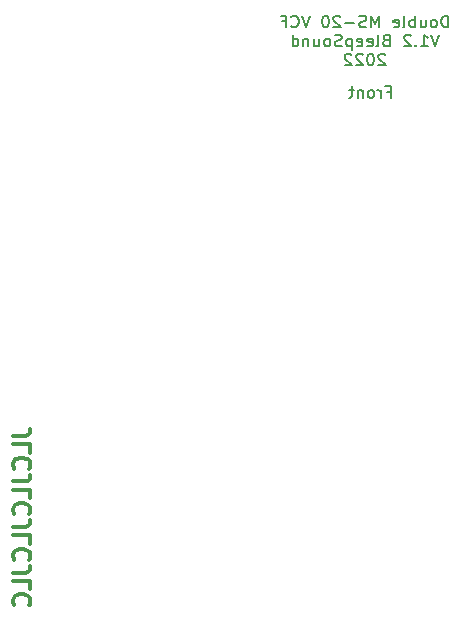
<source format=gbr>
G04 #@! TF.GenerationSoftware,KiCad,Pcbnew,(6.0.6)*
G04 #@! TF.CreationDate,2022-11-24T12:51:03+00:00*
G04 #@! TF.ProjectId,MS20-VCF,4d533230-2d56-4434-962e-6b696361645f,rev?*
G04 #@! TF.SameCoordinates,Original*
G04 #@! TF.FileFunction,Legend,Bot*
G04 #@! TF.FilePolarity,Positive*
%FSLAX46Y46*%
G04 Gerber Fmt 4.6, Leading zero omitted, Abs format (unit mm)*
G04 Created by KiCad (PCBNEW (6.0.6)) date 2022-11-24 12:51:03*
%MOMM*%
%LPD*%
G01*
G04 APERTURE LIST*
%ADD10C,0.150000*%
%ADD11C,0.300000*%
G04 APERTURE END LIST*
D10*
X100547619Y-37592380D02*
X100547619Y-36592380D01*
X100309523Y-36592380D01*
X100166666Y-36640000D01*
X100071428Y-36735238D01*
X100023809Y-36830476D01*
X99976190Y-37020952D01*
X99976190Y-37163809D01*
X100023809Y-37354285D01*
X100071428Y-37449523D01*
X100166666Y-37544761D01*
X100309523Y-37592380D01*
X100547619Y-37592380D01*
X99404761Y-37592380D02*
X99500000Y-37544761D01*
X99547619Y-37497142D01*
X99595238Y-37401904D01*
X99595238Y-37116190D01*
X99547619Y-37020952D01*
X99500000Y-36973333D01*
X99404761Y-36925714D01*
X99261904Y-36925714D01*
X99166666Y-36973333D01*
X99119047Y-37020952D01*
X99071428Y-37116190D01*
X99071428Y-37401904D01*
X99119047Y-37497142D01*
X99166666Y-37544761D01*
X99261904Y-37592380D01*
X99404761Y-37592380D01*
X98214285Y-36925714D02*
X98214285Y-37592380D01*
X98642857Y-36925714D02*
X98642857Y-37449523D01*
X98595238Y-37544761D01*
X98500000Y-37592380D01*
X98357142Y-37592380D01*
X98261904Y-37544761D01*
X98214285Y-37497142D01*
X97738095Y-37592380D02*
X97738095Y-36592380D01*
X97738095Y-36973333D02*
X97642857Y-36925714D01*
X97452380Y-36925714D01*
X97357142Y-36973333D01*
X97309523Y-37020952D01*
X97261904Y-37116190D01*
X97261904Y-37401904D01*
X97309523Y-37497142D01*
X97357142Y-37544761D01*
X97452380Y-37592380D01*
X97642857Y-37592380D01*
X97738095Y-37544761D01*
X96690476Y-37592380D02*
X96785714Y-37544761D01*
X96833333Y-37449523D01*
X96833333Y-36592380D01*
X95928571Y-37544761D02*
X96023809Y-37592380D01*
X96214285Y-37592380D01*
X96309523Y-37544761D01*
X96357142Y-37449523D01*
X96357142Y-37068571D01*
X96309523Y-36973333D01*
X96214285Y-36925714D01*
X96023809Y-36925714D01*
X95928571Y-36973333D01*
X95880952Y-37068571D01*
X95880952Y-37163809D01*
X96357142Y-37259047D01*
X94690476Y-37592380D02*
X94690476Y-36592380D01*
X94357142Y-37306666D01*
X94023809Y-36592380D01*
X94023809Y-37592380D01*
X93595238Y-37544761D02*
X93452380Y-37592380D01*
X93214285Y-37592380D01*
X93119047Y-37544761D01*
X93071428Y-37497142D01*
X93023809Y-37401904D01*
X93023809Y-37306666D01*
X93071428Y-37211428D01*
X93119047Y-37163809D01*
X93214285Y-37116190D01*
X93404761Y-37068571D01*
X93500000Y-37020952D01*
X93547619Y-36973333D01*
X93595238Y-36878095D01*
X93595238Y-36782857D01*
X93547619Y-36687619D01*
X93500000Y-36640000D01*
X93404761Y-36592380D01*
X93166666Y-36592380D01*
X93023809Y-36640000D01*
X92595238Y-37211428D02*
X91833333Y-37211428D01*
X91404761Y-36687619D02*
X91357142Y-36640000D01*
X91261904Y-36592380D01*
X91023809Y-36592380D01*
X90928571Y-36640000D01*
X90880952Y-36687619D01*
X90833333Y-36782857D01*
X90833333Y-36878095D01*
X90880952Y-37020952D01*
X91452380Y-37592380D01*
X90833333Y-37592380D01*
X90214285Y-36592380D02*
X90119047Y-36592380D01*
X90023809Y-36640000D01*
X89976190Y-36687619D01*
X89928571Y-36782857D01*
X89880952Y-36973333D01*
X89880952Y-37211428D01*
X89928571Y-37401904D01*
X89976190Y-37497142D01*
X90023809Y-37544761D01*
X90119047Y-37592380D01*
X90214285Y-37592380D01*
X90309523Y-37544761D01*
X90357142Y-37497142D01*
X90404761Y-37401904D01*
X90452380Y-37211428D01*
X90452380Y-36973333D01*
X90404761Y-36782857D01*
X90357142Y-36687619D01*
X90309523Y-36640000D01*
X90214285Y-36592380D01*
X88833333Y-36592380D02*
X88500000Y-37592380D01*
X88166666Y-36592380D01*
X87261904Y-37497142D02*
X87309523Y-37544761D01*
X87452380Y-37592380D01*
X87547619Y-37592380D01*
X87690476Y-37544761D01*
X87785714Y-37449523D01*
X87833333Y-37354285D01*
X87880952Y-37163809D01*
X87880952Y-37020952D01*
X87833333Y-36830476D01*
X87785714Y-36735238D01*
X87690476Y-36640000D01*
X87547619Y-36592380D01*
X87452380Y-36592380D01*
X87309523Y-36640000D01*
X87261904Y-36687619D01*
X86500000Y-37068571D02*
X86833333Y-37068571D01*
X86833333Y-37592380D02*
X86833333Y-36592380D01*
X86357142Y-36592380D01*
X99761904Y-38202380D02*
X99428571Y-39202380D01*
X99095238Y-38202380D01*
X98238095Y-39202380D02*
X98809523Y-39202380D01*
X98523809Y-39202380D02*
X98523809Y-38202380D01*
X98619047Y-38345238D01*
X98714285Y-38440476D01*
X98809523Y-38488095D01*
X97809523Y-39107142D02*
X97761904Y-39154761D01*
X97809523Y-39202380D01*
X97857142Y-39154761D01*
X97809523Y-39107142D01*
X97809523Y-39202380D01*
X97380952Y-38297619D02*
X97333333Y-38250000D01*
X97238095Y-38202380D01*
X97000000Y-38202380D01*
X96904761Y-38250000D01*
X96857142Y-38297619D01*
X96809523Y-38392857D01*
X96809523Y-38488095D01*
X96857142Y-38630952D01*
X97428571Y-39202380D01*
X96809523Y-39202380D01*
X95285714Y-38678571D02*
X95142857Y-38726190D01*
X95095238Y-38773809D01*
X95047619Y-38869047D01*
X95047619Y-39011904D01*
X95095238Y-39107142D01*
X95142857Y-39154761D01*
X95238095Y-39202380D01*
X95619047Y-39202380D01*
X95619047Y-38202380D01*
X95285714Y-38202380D01*
X95190476Y-38250000D01*
X95142857Y-38297619D01*
X95095238Y-38392857D01*
X95095238Y-38488095D01*
X95142857Y-38583333D01*
X95190476Y-38630952D01*
X95285714Y-38678571D01*
X95619047Y-38678571D01*
X94476190Y-39202380D02*
X94571428Y-39154761D01*
X94619047Y-39059523D01*
X94619047Y-38202380D01*
X93714285Y-39154761D02*
X93809523Y-39202380D01*
X94000000Y-39202380D01*
X94095238Y-39154761D01*
X94142857Y-39059523D01*
X94142857Y-38678571D01*
X94095238Y-38583333D01*
X94000000Y-38535714D01*
X93809523Y-38535714D01*
X93714285Y-38583333D01*
X93666666Y-38678571D01*
X93666666Y-38773809D01*
X94142857Y-38869047D01*
X92857142Y-39154761D02*
X92952380Y-39202380D01*
X93142857Y-39202380D01*
X93238095Y-39154761D01*
X93285714Y-39059523D01*
X93285714Y-38678571D01*
X93238095Y-38583333D01*
X93142857Y-38535714D01*
X92952380Y-38535714D01*
X92857142Y-38583333D01*
X92809523Y-38678571D01*
X92809523Y-38773809D01*
X93285714Y-38869047D01*
X92380952Y-38535714D02*
X92380952Y-39535714D01*
X92380952Y-38583333D02*
X92285714Y-38535714D01*
X92095238Y-38535714D01*
X92000000Y-38583333D01*
X91952380Y-38630952D01*
X91904761Y-38726190D01*
X91904761Y-39011904D01*
X91952380Y-39107142D01*
X92000000Y-39154761D01*
X92095238Y-39202380D01*
X92285714Y-39202380D01*
X92380952Y-39154761D01*
X91523809Y-39154761D02*
X91380952Y-39202380D01*
X91142857Y-39202380D01*
X91047619Y-39154761D01*
X91000000Y-39107142D01*
X90952380Y-39011904D01*
X90952380Y-38916666D01*
X91000000Y-38821428D01*
X91047619Y-38773809D01*
X91142857Y-38726190D01*
X91333333Y-38678571D01*
X91428571Y-38630952D01*
X91476190Y-38583333D01*
X91523809Y-38488095D01*
X91523809Y-38392857D01*
X91476190Y-38297619D01*
X91428571Y-38250000D01*
X91333333Y-38202380D01*
X91095238Y-38202380D01*
X90952380Y-38250000D01*
X90380952Y-39202380D02*
X90476190Y-39154761D01*
X90523809Y-39107142D01*
X90571428Y-39011904D01*
X90571428Y-38726190D01*
X90523809Y-38630952D01*
X90476190Y-38583333D01*
X90380952Y-38535714D01*
X90238095Y-38535714D01*
X90142857Y-38583333D01*
X90095238Y-38630952D01*
X90047619Y-38726190D01*
X90047619Y-39011904D01*
X90095238Y-39107142D01*
X90142857Y-39154761D01*
X90238095Y-39202380D01*
X90380952Y-39202380D01*
X89190476Y-38535714D02*
X89190476Y-39202380D01*
X89619047Y-38535714D02*
X89619047Y-39059523D01*
X89571428Y-39154761D01*
X89476190Y-39202380D01*
X89333333Y-39202380D01*
X89238095Y-39154761D01*
X89190476Y-39107142D01*
X88714285Y-38535714D02*
X88714285Y-39202380D01*
X88714285Y-38630952D02*
X88666666Y-38583333D01*
X88571428Y-38535714D01*
X88428571Y-38535714D01*
X88333333Y-38583333D01*
X88285714Y-38678571D01*
X88285714Y-39202380D01*
X87380952Y-39202380D02*
X87380952Y-38202380D01*
X87380952Y-39154761D02*
X87476190Y-39202380D01*
X87666666Y-39202380D01*
X87761904Y-39154761D01*
X87809523Y-39107142D01*
X87857142Y-39011904D01*
X87857142Y-38726190D01*
X87809523Y-38630952D01*
X87761904Y-38583333D01*
X87666666Y-38535714D01*
X87476190Y-38535714D01*
X87380952Y-38583333D01*
X95214285Y-39907619D02*
X95166666Y-39860000D01*
X95071428Y-39812380D01*
X94833333Y-39812380D01*
X94738095Y-39860000D01*
X94690476Y-39907619D01*
X94642857Y-40002857D01*
X94642857Y-40098095D01*
X94690476Y-40240952D01*
X95261904Y-40812380D01*
X94642857Y-40812380D01*
X94023809Y-39812380D02*
X93928571Y-39812380D01*
X93833333Y-39860000D01*
X93785714Y-39907619D01*
X93738095Y-40002857D01*
X93690476Y-40193333D01*
X93690476Y-40431428D01*
X93738095Y-40621904D01*
X93785714Y-40717142D01*
X93833333Y-40764761D01*
X93928571Y-40812380D01*
X94023809Y-40812380D01*
X94119047Y-40764761D01*
X94166666Y-40717142D01*
X94214285Y-40621904D01*
X94261904Y-40431428D01*
X94261904Y-40193333D01*
X94214285Y-40002857D01*
X94166666Y-39907619D01*
X94119047Y-39860000D01*
X94023809Y-39812380D01*
X93309523Y-39907619D02*
X93261904Y-39860000D01*
X93166666Y-39812380D01*
X92928571Y-39812380D01*
X92833333Y-39860000D01*
X92785714Y-39907619D01*
X92738095Y-40002857D01*
X92738095Y-40098095D01*
X92785714Y-40240952D01*
X93357142Y-40812380D01*
X92738095Y-40812380D01*
X92357142Y-39907619D02*
X92309523Y-39860000D01*
X92214285Y-39812380D01*
X91976190Y-39812380D01*
X91880952Y-39860000D01*
X91833333Y-39907619D01*
X91785714Y-40002857D01*
X91785714Y-40098095D01*
X91833333Y-40240952D01*
X92404761Y-40812380D01*
X91785714Y-40812380D01*
X95357142Y-43028571D02*
X95690476Y-43028571D01*
X95690476Y-43552380D02*
X95690476Y-42552380D01*
X95214285Y-42552380D01*
X94833333Y-43552380D02*
X94833333Y-42885714D01*
X94833333Y-43076190D02*
X94785714Y-42980952D01*
X94738095Y-42933333D01*
X94642857Y-42885714D01*
X94547619Y-42885714D01*
X94071428Y-43552380D02*
X94166666Y-43504761D01*
X94214285Y-43457142D01*
X94261904Y-43361904D01*
X94261904Y-43076190D01*
X94214285Y-42980952D01*
X94166666Y-42933333D01*
X94071428Y-42885714D01*
X93928571Y-42885714D01*
X93833333Y-42933333D01*
X93785714Y-42980952D01*
X93738095Y-43076190D01*
X93738095Y-43361904D01*
X93785714Y-43457142D01*
X93833333Y-43504761D01*
X93928571Y-43552380D01*
X94071428Y-43552380D01*
X93309523Y-42885714D02*
X93309523Y-43552380D01*
X93309523Y-42980952D02*
X93261904Y-42933333D01*
X93166666Y-42885714D01*
X93023809Y-42885714D01*
X92928571Y-42933333D01*
X92880952Y-43028571D01*
X92880952Y-43552380D01*
X92547619Y-42885714D02*
X92166666Y-42885714D01*
X92404761Y-42552380D02*
X92404761Y-43409523D01*
X92357142Y-43504761D01*
X92261904Y-43552380D01*
X92166666Y-43552380D01*
D11*
X63678571Y-72171428D02*
X64750000Y-72171428D01*
X64964285Y-72100000D01*
X65107142Y-71957142D01*
X65178571Y-71742857D01*
X65178571Y-71600000D01*
X65178571Y-73600000D02*
X65178571Y-72885714D01*
X63678571Y-72885714D01*
X65035714Y-74957142D02*
X65107142Y-74885714D01*
X65178571Y-74671428D01*
X65178571Y-74528571D01*
X65107142Y-74314285D01*
X64964285Y-74171428D01*
X64821428Y-74100000D01*
X64535714Y-74028571D01*
X64321428Y-74028571D01*
X64035714Y-74100000D01*
X63892857Y-74171428D01*
X63750000Y-74314285D01*
X63678571Y-74528571D01*
X63678571Y-74671428D01*
X63750000Y-74885714D01*
X63821428Y-74957142D01*
X63678571Y-76028571D02*
X64750000Y-76028571D01*
X64964285Y-75957142D01*
X65107142Y-75814285D01*
X65178571Y-75600000D01*
X65178571Y-75457142D01*
X65178571Y-77457142D02*
X65178571Y-76742857D01*
X63678571Y-76742857D01*
X65035714Y-78814285D02*
X65107142Y-78742857D01*
X65178571Y-78528571D01*
X65178571Y-78385714D01*
X65107142Y-78171428D01*
X64964285Y-78028571D01*
X64821428Y-77957142D01*
X64535714Y-77885714D01*
X64321428Y-77885714D01*
X64035714Y-77957142D01*
X63892857Y-78028571D01*
X63750000Y-78171428D01*
X63678571Y-78385714D01*
X63678571Y-78528571D01*
X63750000Y-78742857D01*
X63821428Y-78814285D01*
X63678571Y-79885714D02*
X64750000Y-79885714D01*
X64964285Y-79814285D01*
X65107142Y-79671428D01*
X65178571Y-79457142D01*
X65178571Y-79314285D01*
X65178571Y-81314285D02*
X65178571Y-80600000D01*
X63678571Y-80600000D01*
X65035714Y-82671428D02*
X65107142Y-82600000D01*
X65178571Y-82385714D01*
X65178571Y-82242857D01*
X65107142Y-82028571D01*
X64964285Y-81885714D01*
X64821428Y-81814285D01*
X64535714Y-81742857D01*
X64321428Y-81742857D01*
X64035714Y-81814285D01*
X63892857Y-81885714D01*
X63750000Y-82028571D01*
X63678571Y-82242857D01*
X63678571Y-82385714D01*
X63750000Y-82600000D01*
X63821428Y-82671428D01*
X63678571Y-83742857D02*
X64750000Y-83742857D01*
X64964285Y-83671428D01*
X65107142Y-83528571D01*
X65178571Y-83314285D01*
X65178571Y-83171428D01*
X65178571Y-85171428D02*
X65178571Y-84457142D01*
X63678571Y-84457142D01*
X65035714Y-86528571D02*
X65107142Y-86457142D01*
X65178571Y-86242857D01*
X65178571Y-86100000D01*
X65107142Y-85885714D01*
X64964285Y-85742857D01*
X64821428Y-85671428D01*
X64535714Y-85600000D01*
X64321428Y-85600000D01*
X64035714Y-85671428D01*
X63892857Y-85742857D01*
X63750000Y-85885714D01*
X63678571Y-86100000D01*
X63678571Y-86242857D01*
X63750000Y-86457142D01*
X63821428Y-86528571D01*
M02*

</source>
